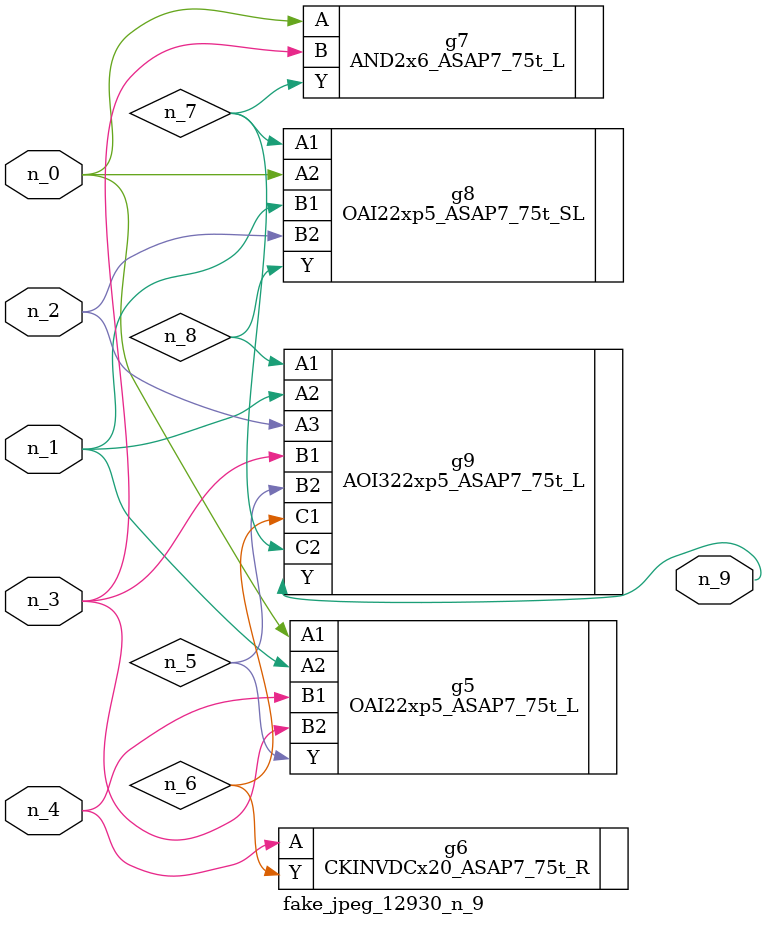
<source format=v>
module fake_jpeg_12930_n_9 (n_3, n_2, n_1, n_0, n_4, n_9);

input n_3;
input n_2;
input n_1;
input n_0;
input n_4;

output n_9;

wire n_8;
wire n_6;
wire n_5;
wire n_7;

OAI22xp5_ASAP7_75t_L g5 ( 
.A1(n_0),
.A2(n_1),
.B1(n_4),
.B2(n_3),
.Y(n_5)
);

CKINVDCx20_ASAP7_75t_R g6 ( 
.A(n_4),
.Y(n_6)
);

AND2x6_ASAP7_75t_L g7 ( 
.A(n_0),
.B(n_3),
.Y(n_7)
);

OAI22xp5_ASAP7_75t_SL g8 ( 
.A1(n_7),
.A2(n_0),
.B1(n_1),
.B2(n_2),
.Y(n_8)
);

AOI322xp5_ASAP7_75t_L g9 ( 
.A1(n_8),
.A2(n_1),
.A3(n_2),
.B1(n_3),
.B2(n_5),
.C1(n_6),
.C2(n_7),
.Y(n_9)
);


endmodule
</source>
